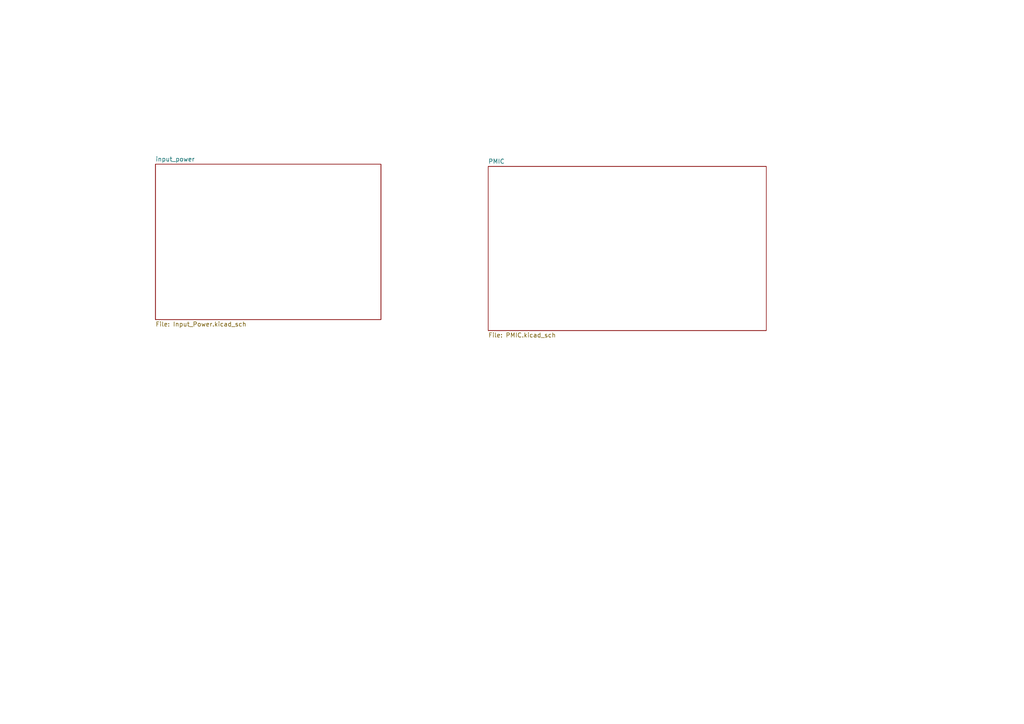
<source format=kicad_sch>
(kicad_sch (version 20211123) (generator eeschema)
  (paper "A4")
  (title_block (title "TEST_SUPPLIES") (date "2023-03-31") (rev "00") (company "evil Geniuses for a better tommorrow"))
  (lib_symbols)
  (sheet (at 141.605 48.26) (size 80.645 47.625) (stroke (width 0.1524))
    (property "Sheet name" "PMIC" (at 141.605 47.5484 0) (effects (justify left bottom)))
    (property "Sheet file" "PMIC.kicad_sch" (at 141.605 96.4696 0) (effects (justify left top)))
  )
  (sheet (at 45.085 47.625) (size 65.405 45.085) (stroke (width 0.1524))
    (property "Sheet name" "input_power" (at 45.085 46.9134 0) (effects (justify left bottom)))
    (property "Sheet file" "Input_Power.kicad_sch" (at 45.085 93.2946 0) (effects (justify left top)))
  )
)
</source>
